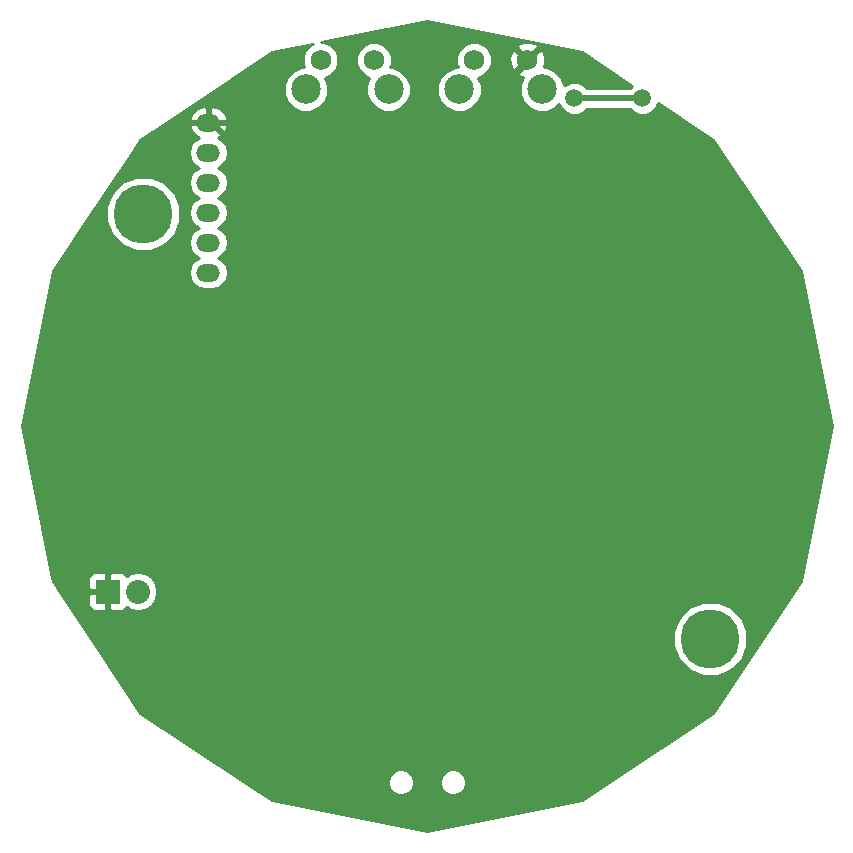
<source format=gbl>
G04 #@! TF.FileFunction,Copper,L2,Bot,Signal*
%FSLAX46Y46*%
G04 Gerber Fmt 4.6, Leading zero omitted, Abs format (unit mm)*
G04 Created by KiCad (PCBNEW 4.0.2-stable) date 2016. 09. 14. 22:41:56*
%MOMM*%
G01*
G04 APERTURE LIST*
%ADD10C,0.100000*%
%ADD11R,2.032000X2.032000*%
%ADD12O,2.032000X2.032000*%
%ADD13O,2.000000X1.500000*%
%ADD14C,2.500000*%
%ADD15C,1.750000*%
%ADD16C,5.000000*%
%ADD17C,1.500000*%
%ADD18C,0.500000*%
%ADD19C,0.254000*%
G04 APERTURE END LIST*
D10*
D11*
X23000000Y-64000000D03*
D12*
X25540000Y-64000000D03*
D13*
X31500000Y-37000000D03*
X31500000Y-34460000D03*
X31500000Y-31920000D03*
X31500000Y-29380000D03*
X31500000Y-26840000D03*
X31500000Y-24300000D03*
D14*
X46760000Y-21490000D03*
D15*
X45500000Y-19000000D03*
X41000000Y-19000000D03*
D14*
X39750000Y-21490000D03*
X59760000Y-21490000D03*
D15*
X58500000Y-19000000D03*
X54000000Y-19000000D03*
D14*
X52750000Y-21490000D03*
D16*
X74000000Y-68000000D03*
X26000000Y-32000000D03*
D17*
X44500000Y-37000000D03*
X21250000Y-50000000D03*
X68250000Y-22250000D03*
X62500000Y-22250000D03*
D18*
X44500000Y-37000000D02*
X31800000Y-24300000D01*
X31800000Y-24300000D02*
X31500000Y-24300000D01*
X58500000Y-19000000D02*
X58500000Y-19250000D01*
X58500000Y-19250000D02*
X57500000Y-20250000D01*
X44500000Y-37000000D02*
X54000000Y-37000000D01*
X57500000Y-33500000D02*
X57500000Y-20250000D01*
X54000000Y-37000000D02*
X57500000Y-33500000D01*
X21250000Y-50000000D02*
X31500000Y-50000000D01*
X31500000Y-50000000D02*
X44500000Y-37000000D01*
X62500000Y-22250000D02*
X68250000Y-22250000D01*
D19*
G36*
X63122215Y-18320171D02*
X67377823Y-21163677D01*
X67176148Y-21365000D01*
X63573523Y-21365000D01*
X63285564Y-21076539D01*
X62776702Y-20865241D01*
X62225715Y-20864760D01*
X61716485Y-21075169D01*
X61645300Y-21146230D01*
X61645326Y-21116695D01*
X61358957Y-20423628D01*
X60829161Y-19892907D01*
X60136595Y-19605328D01*
X59886636Y-19605110D01*
X60021590Y-19234694D01*
X59995579Y-18634542D01*
X59815953Y-18200884D01*
X59562060Y-18117545D01*
X58679605Y-19000000D01*
X58693748Y-19014143D01*
X58514143Y-19193748D01*
X58500000Y-19179605D01*
X57617545Y-20062060D01*
X57700884Y-20315953D01*
X58140025Y-20475946D01*
X57875328Y-21113405D01*
X57874674Y-21863305D01*
X58161043Y-22556372D01*
X58690839Y-23087093D01*
X59383405Y-23374672D01*
X60133305Y-23375326D01*
X60826372Y-23088957D01*
X61195729Y-22720244D01*
X61325169Y-23033515D01*
X61714436Y-23423461D01*
X62223298Y-23634759D01*
X62774285Y-23635240D01*
X63283515Y-23424831D01*
X63573852Y-23135000D01*
X67176477Y-23135000D01*
X67464436Y-23423461D01*
X67973298Y-23634759D01*
X68524285Y-23635240D01*
X69033515Y-23424831D01*
X69423461Y-23035564D01*
X69587623Y-22640218D01*
X74246692Y-25753308D01*
X81679829Y-36877785D01*
X84290000Y-50000000D01*
X81679829Y-63122215D01*
X74246692Y-74246692D01*
X63122215Y-81679829D01*
X50000000Y-84290000D01*
X36877785Y-81679829D01*
X34908343Y-80363890D01*
X46715592Y-80363890D01*
X46880362Y-80762663D01*
X47185193Y-81068026D01*
X47583677Y-81233491D01*
X48015150Y-81233868D01*
X48413923Y-81069098D01*
X48719286Y-80764267D01*
X48884751Y-80365783D01*
X48884752Y-80363890D01*
X51114872Y-80363890D01*
X51279642Y-80762663D01*
X51584473Y-81068026D01*
X51982957Y-81233491D01*
X52414430Y-81233868D01*
X52813203Y-81069098D01*
X53118566Y-80764267D01*
X53284031Y-80365783D01*
X53284408Y-79934310D01*
X53119638Y-79535537D01*
X52814807Y-79230174D01*
X52416323Y-79064709D01*
X51984850Y-79064332D01*
X51586077Y-79229102D01*
X51280714Y-79533933D01*
X51115249Y-79932417D01*
X51114872Y-80363890D01*
X48884752Y-80363890D01*
X48885128Y-79934310D01*
X48720358Y-79535537D01*
X48415527Y-79230174D01*
X48017043Y-79064709D01*
X47585570Y-79064332D01*
X47186797Y-79229102D01*
X46881434Y-79533933D01*
X46715969Y-79932417D01*
X46715592Y-80363890D01*
X34908343Y-80363890D01*
X25753308Y-74246692D01*
X21994245Y-68620854D01*
X70864457Y-68620854D01*
X71340727Y-69773515D01*
X72221847Y-70656174D01*
X73373674Y-71134454D01*
X74620854Y-71135543D01*
X75773515Y-70659273D01*
X76656174Y-69778153D01*
X77134454Y-68626326D01*
X77135543Y-67379146D01*
X76659273Y-66226485D01*
X75778153Y-65343826D01*
X74626326Y-64865546D01*
X73379146Y-64864457D01*
X72226485Y-65340727D01*
X71343826Y-66221847D01*
X70865546Y-67373674D01*
X70864457Y-68620854D01*
X21994245Y-68620854D01*
X19097621Y-64285750D01*
X21349000Y-64285750D01*
X21349000Y-65142309D01*
X21445673Y-65375698D01*
X21624301Y-65554327D01*
X21857690Y-65651000D01*
X22714250Y-65651000D01*
X22873000Y-65492250D01*
X22873000Y-64127000D01*
X21507750Y-64127000D01*
X21349000Y-64285750D01*
X19097621Y-64285750D01*
X18320171Y-63122215D01*
X18267554Y-62857691D01*
X21349000Y-62857691D01*
X21349000Y-63714250D01*
X21507750Y-63873000D01*
X22873000Y-63873000D01*
X22873000Y-62507750D01*
X23127000Y-62507750D01*
X23127000Y-63873000D01*
X23147000Y-63873000D01*
X23147000Y-64127000D01*
X23127000Y-64127000D01*
X23127000Y-65492250D01*
X23285750Y-65651000D01*
X24142310Y-65651000D01*
X24375699Y-65554327D01*
X24554327Y-65375698D01*
X24571999Y-65333034D01*
X24908190Y-65557670D01*
X25540000Y-65683345D01*
X26171810Y-65557670D01*
X26707433Y-65199778D01*
X27065325Y-64664155D01*
X27191000Y-64032345D01*
X27191000Y-63967655D01*
X27065325Y-63335845D01*
X26707433Y-62800222D01*
X26171810Y-62442330D01*
X25540000Y-62316655D01*
X24908190Y-62442330D01*
X24571999Y-62666966D01*
X24554327Y-62624302D01*
X24375699Y-62445673D01*
X24142310Y-62349000D01*
X23285750Y-62349000D01*
X23127000Y-62507750D01*
X22873000Y-62507750D01*
X22714250Y-62349000D01*
X21857690Y-62349000D01*
X21624301Y-62445673D01*
X21445673Y-62624302D01*
X21349000Y-62857691D01*
X18267554Y-62857691D01*
X15710000Y-50000000D01*
X18320171Y-36877785D01*
X21164561Y-32620854D01*
X22864457Y-32620854D01*
X23340727Y-33773515D01*
X24221847Y-34656174D01*
X25373674Y-35134454D01*
X26620854Y-35135543D01*
X27773515Y-34659273D01*
X28656174Y-33778153D01*
X29134454Y-32626326D01*
X29135543Y-31379146D01*
X28659273Y-30226485D01*
X27778153Y-29343826D01*
X26626326Y-28865546D01*
X25379146Y-28864457D01*
X24226485Y-29340727D01*
X23343826Y-30221847D01*
X22865546Y-31373674D01*
X22864457Y-32620854D01*
X21164561Y-32620854D01*
X25027203Y-26840000D01*
X29832968Y-26840000D01*
X29938395Y-27370017D01*
X30238625Y-27819343D01*
X30673624Y-28110000D01*
X30238625Y-28400657D01*
X29938395Y-28849983D01*
X29832968Y-29380000D01*
X29938395Y-29910017D01*
X30238625Y-30359343D01*
X30673624Y-30650000D01*
X30238625Y-30940657D01*
X29938395Y-31389983D01*
X29832968Y-31920000D01*
X29938395Y-32450017D01*
X30238625Y-32899343D01*
X30673624Y-33190000D01*
X30238625Y-33480657D01*
X29938395Y-33929983D01*
X29832968Y-34460000D01*
X29938395Y-34990017D01*
X30238625Y-35439343D01*
X30673624Y-35730000D01*
X30238625Y-36020657D01*
X29938395Y-36469983D01*
X29832968Y-37000000D01*
X29938395Y-37530017D01*
X30238625Y-37979343D01*
X30687951Y-38279573D01*
X31217968Y-38385000D01*
X31782032Y-38385000D01*
X32312049Y-38279573D01*
X32761375Y-37979343D01*
X33061605Y-37530017D01*
X33167032Y-37000000D01*
X33061605Y-36469983D01*
X32761375Y-36020657D01*
X32326376Y-35730000D01*
X32761375Y-35439343D01*
X33061605Y-34990017D01*
X33167032Y-34460000D01*
X33061605Y-33929983D01*
X32761375Y-33480657D01*
X32326376Y-33190000D01*
X32761375Y-32899343D01*
X33061605Y-32450017D01*
X33167032Y-31920000D01*
X33061605Y-31389983D01*
X32761375Y-30940657D01*
X32326376Y-30650000D01*
X32761375Y-30359343D01*
X33061605Y-29910017D01*
X33167032Y-29380000D01*
X33061605Y-28849983D01*
X32761375Y-28400657D01*
X32326376Y-28110000D01*
X32761375Y-27819343D01*
X33061605Y-27370017D01*
X33167032Y-26840000D01*
X33061605Y-26309983D01*
X32761375Y-25860657D01*
X32318161Y-25564511D01*
X32371721Y-25549964D01*
X32802736Y-25216894D01*
X33073481Y-24744235D01*
X33092318Y-24641185D01*
X32969656Y-24427000D01*
X31627000Y-24427000D01*
X31627000Y-24447000D01*
X31373000Y-24447000D01*
X31373000Y-24427000D01*
X30030344Y-24427000D01*
X29907682Y-24641185D01*
X29926519Y-24744235D01*
X30197264Y-25216894D01*
X30628279Y-25549964D01*
X30681839Y-25564511D01*
X30238625Y-25860657D01*
X29938395Y-26309983D01*
X29832968Y-26840000D01*
X25027203Y-26840000D01*
X25753308Y-25753308D01*
X28438956Y-23958815D01*
X29907682Y-23958815D01*
X30030344Y-24173000D01*
X31373000Y-24173000D01*
X31373000Y-23068132D01*
X31627000Y-23068132D01*
X31627000Y-24173000D01*
X32969656Y-24173000D01*
X33092318Y-23958815D01*
X33073481Y-23855765D01*
X32802736Y-23383106D01*
X32371721Y-23050036D01*
X31846055Y-22907261D01*
X31627000Y-23068132D01*
X31373000Y-23068132D01*
X31153945Y-22907261D01*
X30628279Y-23050036D01*
X30197264Y-23383106D01*
X29926519Y-23855765D01*
X29907682Y-23958815D01*
X28438956Y-23958815D01*
X36877785Y-18320171D01*
X40374490Y-17624633D01*
X40145771Y-17719138D01*
X39720630Y-18143537D01*
X39490262Y-18698325D01*
X39489738Y-19299040D01*
X39616110Y-19604883D01*
X39376695Y-19604674D01*
X38683628Y-19891043D01*
X38152907Y-20420839D01*
X37865328Y-21113405D01*
X37864674Y-21863305D01*
X38151043Y-22556372D01*
X38680839Y-23087093D01*
X39373405Y-23374672D01*
X40123305Y-23375326D01*
X40816372Y-23088957D01*
X41347093Y-22559161D01*
X41634672Y-21866595D01*
X41635326Y-21116695D01*
X41372254Y-20480011D01*
X41854229Y-20280862D01*
X42279370Y-19856463D01*
X42509738Y-19301675D01*
X42509740Y-19299040D01*
X43989738Y-19299040D01*
X44219138Y-19854229D01*
X44643537Y-20279370D01*
X45136630Y-20484120D01*
X44875328Y-21113405D01*
X44874674Y-21863305D01*
X45161043Y-22556372D01*
X45690839Y-23087093D01*
X46383405Y-23374672D01*
X47133305Y-23375326D01*
X47826372Y-23088957D01*
X48357093Y-22559161D01*
X48644672Y-21866595D01*
X48644674Y-21863305D01*
X50864674Y-21863305D01*
X51151043Y-22556372D01*
X51680839Y-23087093D01*
X52373405Y-23374672D01*
X53123305Y-23375326D01*
X53816372Y-23088957D01*
X54347093Y-22559161D01*
X54634672Y-21866595D01*
X54635326Y-21116695D01*
X54372254Y-20480011D01*
X54854229Y-20280862D01*
X55279370Y-19856463D01*
X55509738Y-19301675D01*
X55510205Y-18765306D01*
X56978410Y-18765306D01*
X57004421Y-19365458D01*
X57184047Y-19799116D01*
X57437940Y-19882455D01*
X58320395Y-19000000D01*
X57437940Y-18117545D01*
X57184047Y-18200884D01*
X56978410Y-18765306D01*
X55510205Y-18765306D01*
X55510262Y-18700960D01*
X55280862Y-18145771D01*
X55073394Y-17937940D01*
X57617545Y-17937940D01*
X58500000Y-18820395D01*
X59382455Y-17937940D01*
X59299116Y-17684047D01*
X58734694Y-17478410D01*
X58134542Y-17504421D01*
X57700884Y-17684047D01*
X57617545Y-17937940D01*
X55073394Y-17937940D01*
X54856463Y-17720630D01*
X54301675Y-17490262D01*
X53700960Y-17489738D01*
X53145771Y-17719138D01*
X52720630Y-18143537D01*
X52490262Y-18698325D01*
X52489738Y-19299040D01*
X52616110Y-19604883D01*
X52376695Y-19604674D01*
X51683628Y-19891043D01*
X51152907Y-20420839D01*
X50865328Y-21113405D01*
X50864674Y-21863305D01*
X48644674Y-21863305D01*
X48645326Y-21116695D01*
X48358957Y-20423628D01*
X47829161Y-19892907D01*
X47136595Y-19605328D01*
X46883742Y-19605107D01*
X47009738Y-19301675D01*
X47010262Y-18700960D01*
X46780862Y-18145771D01*
X46356463Y-17720630D01*
X45801675Y-17490262D01*
X45200960Y-17489738D01*
X44645771Y-17719138D01*
X44220630Y-18143537D01*
X43990262Y-18698325D01*
X43989738Y-19299040D01*
X42509740Y-19299040D01*
X42510262Y-18700960D01*
X42280862Y-18145771D01*
X41856463Y-17720630D01*
X41301675Y-17490262D01*
X41051118Y-17490043D01*
X50000000Y-15710000D01*
X63122215Y-18320171D01*
X63122215Y-18320171D01*
G37*
X63122215Y-18320171D02*
X67377823Y-21163677D01*
X67176148Y-21365000D01*
X63573523Y-21365000D01*
X63285564Y-21076539D01*
X62776702Y-20865241D01*
X62225715Y-20864760D01*
X61716485Y-21075169D01*
X61645300Y-21146230D01*
X61645326Y-21116695D01*
X61358957Y-20423628D01*
X60829161Y-19892907D01*
X60136595Y-19605328D01*
X59886636Y-19605110D01*
X60021590Y-19234694D01*
X59995579Y-18634542D01*
X59815953Y-18200884D01*
X59562060Y-18117545D01*
X58679605Y-19000000D01*
X58693748Y-19014143D01*
X58514143Y-19193748D01*
X58500000Y-19179605D01*
X57617545Y-20062060D01*
X57700884Y-20315953D01*
X58140025Y-20475946D01*
X57875328Y-21113405D01*
X57874674Y-21863305D01*
X58161043Y-22556372D01*
X58690839Y-23087093D01*
X59383405Y-23374672D01*
X60133305Y-23375326D01*
X60826372Y-23088957D01*
X61195729Y-22720244D01*
X61325169Y-23033515D01*
X61714436Y-23423461D01*
X62223298Y-23634759D01*
X62774285Y-23635240D01*
X63283515Y-23424831D01*
X63573852Y-23135000D01*
X67176477Y-23135000D01*
X67464436Y-23423461D01*
X67973298Y-23634759D01*
X68524285Y-23635240D01*
X69033515Y-23424831D01*
X69423461Y-23035564D01*
X69587623Y-22640218D01*
X74246692Y-25753308D01*
X81679829Y-36877785D01*
X84290000Y-50000000D01*
X81679829Y-63122215D01*
X74246692Y-74246692D01*
X63122215Y-81679829D01*
X50000000Y-84290000D01*
X36877785Y-81679829D01*
X34908343Y-80363890D01*
X46715592Y-80363890D01*
X46880362Y-80762663D01*
X47185193Y-81068026D01*
X47583677Y-81233491D01*
X48015150Y-81233868D01*
X48413923Y-81069098D01*
X48719286Y-80764267D01*
X48884751Y-80365783D01*
X48884752Y-80363890D01*
X51114872Y-80363890D01*
X51279642Y-80762663D01*
X51584473Y-81068026D01*
X51982957Y-81233491D01*
X52414430Y-81233868D01*
X52813203Y-81069098D01*
X53118566Y-80764267D01*
X53284031Y-80365783D01*
X53284408Y-79934310D01*
X53119638Y-79535537D01*
X52814807Y-79230174D01*
X52416323Y-79064709D01*
X51984850Y-79064332D01*
X51586077Y-79229102D01*
X51280714Y-79533933D01*
X51115249Y-79932417D01*
X51114872Y-80363890D01*
X48884752Y-80363890D01*
X48885128Y-79934310D01*
X48720358Y-79535537D01*
X48415527Y-79230174D01*
X48017043Y-79064709D01*
X47585570Y-79064332D01*
X47186797Y-79229102D01*
X46881434Y-79533933D01*
X46715969Y-79932417D01*
X46715592Y-80363890D01*
X34908343Y-80363890D01*
X25753308Y-74246692D01*
X21994245Y-68620854D01*
X70864457Y-68620854D01*
X71340727Y-69773515D01*
X72221847Y-70656174D01*
X73373674Y-71134454D01*
X74620854Y-71135543D01*
X75773515Y-70659273D01*
X76656174Y-69778153D01*
X77134454Y-68626326D01*
X77135543Y-67379146D01*
X76659273Y-66226485D01*
X75778153Y-65343826D01*
X74626326Y-64865546D01*
X73379146Y-64864457D01*
X72226485Y-65340727D01*
X71343826Y-66221847D01*
X70865546Y-67373674D01*
X70864457Y-68620854D01*
X21994245Y-68620854D01*
X19097621Y-64285750D01*
X21349000Y-64285750D01*
X21349000Y-65142309D01*
X21445673Y-65375698D01*
X21624301Y-65554327D01*
X21857690Y-65651000D01*
X22714250Y-65651000D01*
X22873000Y-65492250D01*
X22873000Y-64127000D01*
X21507750Y-64127000D01*
X21349000Y-64285750D01*
X19097621Y-64285750D01*
X18320171Y-63122215D01*
X18267554Y-62857691D01*
X21349000Y-62857691D01*
X21349000Y-63714250D01*
X21507750Y-63873000D01*
X22873000Y-63873000D01*
X22873000Y-62507750D01*
X23127000Y-62507750D01*
X23127000Y-63873000D01*
X23147000Y-63873000D01*
X23147000Y-64127000D01*
X23127000Y-64127000D01*
X23127000Y-65492250D01*
X23285750Y-65651000D01*
X24142310Y-65651000D01*
X24375699Y-65554327D01*
X24554327Y-65375698D01*
X24571999Y-65333034D01*
X24908190Y-65557670D01*
X25540000Y-65683345D01*
X26171810Y-65557670D01*
X26707433Y-65199778D01*
X27065325Y-64664155D01*
X27191000Y-64032345D01*
X27191000Y-63967655D01*
X27065325Y-63335845D01*
X26707433Y-62800222D01*
X26171810Y-62442330D01*
X25540000Y-62316655D01*
X24908190Y-62442330D01*
X24571999Y-62666966D01*
X24554327Y-62624302D01*
X24375699Y-62445673D01*
X24142310Y-62349000D01*
X23285750Y-62349000D01*
X23127000Y-62507750D01*
X22873000Y-62507750D01*
X22714250Y-62349000D01*
X21857690Y-62349000D01*
X21624301Y-62445673D01*
X21445673Y-62624302D01*
X21349000Y-62857691D01*
X18267554Y-62857691D01*
X15710000Y-50000000D01*
X18320171Y-36877785D01*
X21164561Y-32620854D01*
X22864457Y-32620854D01*
X23340727Y-33773515D01*
X24221847Y-34656174D01*
X25373674Y-35134454D01*
X26620854Y-35135543D01*
X27773515Y-34659273D01*
X28656174Y-33778153D01*
X29134454Y-32626326D01*
X29135543Y-31379146D01*
X28659273Y-30226485D01*
X27778153Y-29343826D01*
X26626326Y-28865546D01*
X25379146Y-28864457D01*
X24226485Y-29340727D01*
X23343826Y-30221847D01*
X22865546Y-31373674D01*
X22864457Y-32620854D01*
X21164561Y-32620854D01*
X25027203Y-26840000D01*
X29832968Y-26840000D01*
X29938395Y-27370017D01*
X30238625Y-27819343D01*
X30673624Y-28110000D01*
X30238625Y-28400657D01*
X29938395Y-28849983D01*
X29832968Y-29380000D01*
X29938395Y-29910017D01*
X30238625Y-30359343D01*
X30673624Y-30650000D01*
X30238625Y-30940657D01*
X29938395Y-31389983D01*
X29832968Y-31920000D01*
X29938395Y-32450017D01*
X30238625Y-32899343D01*
X30673624Y-33190000D01*
X30238625Y-33480657D01*
X29938395Y-33929983D01*
X29832968Y-34460000D01*
X29938395Y-34990017D01*
X30238625Y-35439343D01*
X30673624Y-35730000D01*
X30238625Y-36020657D01*
X29938395Y-36469983D01*
X29832968Y-37000000D01*
X29938395Y-37530017D01*
X30238625Y-37979343D01*
X30687951Y-38279573D01*
X31217968Y-38385000D01*
X31782032Y-38385000D01*
X32312049Y-38279573D01*
X32761375Y-37979343D01*
X33061605Y-37530017D01*
X33167032Y-37000000D01*
X33061605Y-36469983D01*
X32761375Y-36020657D01*
X32326376Y-35730000D01*
X32761375Y-35439343D01*
X33061605Y-34990017D01*
X33167032Y-34460000D01*
X33061605Y-33929983D01*
X32761375Y-33480657D01*
X32326376Y-33190000D01*
X32761375Y-32899343D01*
X33061605Y-32450017D01*
X33167032Y-31920000D01*
X33061605Y-31389983D01*
X32761375Y-30940657D01*
X32326376Y-30650000D01*
X32761375Y-30359343D01*
X33061605Y-29910017D01*
X33167032Y-29380000D01*
X33061605Y-28849983D01*
X32761375Y-28400657D01*
X32326376Y-28110000D01*
X32761375Y-27819343D01*
X33061605Y-27370017D01*
X33167032Y-26840000D01*
X33061605Y-26309983D01*
X32761375Y-25860657D01*
X32318161Y-25564511D01*
X32371721Y-25549964D01*
X32802736Y-25216894D01*
X33073481Y-24744235D01*
X33092318Y-24641185D01*
X32969656Y-24427000D01*
X31627000Y-24427000D01*
X31627000Y-24447000D01*
X31373000Y-24447000D01*
X31373000Y-24427000D01*
X30030344Y-24427000D01*
X29907682Y-24641185D01*
X29926519Y-24744235D01*
X30197264Y-25216894D01*
X30628279Y-25549964D01*
X30681839Y-25564511D01*
X30238625Y-25860657D01*
X29938395Y-26309983D01*
X29832968Y-26840000D01*
X25027203Y-26840000D01*
X25753308Y-25753308D01*
X28438956Y-23958815D01*
X29907682Y-23958815D01*
X30030344Y-24173000D01*
X31373000Y-24173000D01*
X31373000Y-23068132D01*
X31627000Y-23068132D01*
X31627000Y-24173000D01*
X32969656Y-24173000D01*
X33092318Y-23958815D01*
X33073481Y-23855765D01*
X32802736Y-23383106D01*
X32371721Y-23050036D01*
X31846055Y-22907261D01*
X31627000Y-23068132D01*
X31373000Y-23068132D01*
X31153945Y-22907261D01*
X30628279Y-23050036D01*
X30197264Y-23383106D01*
X29926519Y-23855765D01*
X29907682Y-23958815D01*
X28438956Y-23958815D01*
X36877785Y-18320171D01*
X40374490Y-17624633D01*
X40145771Y-17719138D01*
X39720630Y-18143537D01*
X39490262Y-18698325D01*
X39489738Y-19299040D01*
X39616110Y-19604883D01*
X39376695Y-19604674D01*
X38683628Y-19891043D01*
X38152907Y-20420839D01*
X37865328Y-21113405D01*
X37864674Y-21863305D01*
X38151043Y-22556372D01*
X38680839Y-23087093D01*
X39373405Y-23374672D01*
X40123305Y-23375326D01*
X40816372Y-23088957D01*
X41347093Y-22559161D01*
X41634672Y-21866595D01*
X41635326Y-21116695D01*
X41372254Y-20480011D01*
X41854229Y-20280862D01*
X42279370Y-19856463D01*
X42509738Y-19301675D01*
X42509740Y-19299040D01*
X43989738Y-19299040D01*
X44219138Y-19854229D01*
X44643537Y-20279370D01*
X45136630Y-20484120D01*
X44875328Y-21113405D01*
X44874674Y-21863305D01*
X45161043Y-22556372D01*
X45690839Y-23087093D01*
X46383405Y-23374672D01*
X47133305Y-23375326D01*
X47826372Y-23088957D01*
X48357093Y-22559161D01*
X48644672Y-21866595D01*
X48644674Y-21863305D01*
X50864674Y-21863305D01*
X51151043Y-22556372D01*
X51680839Y-23087093D01*
X52373405Y-23374672D01*
X53123305Y-23375326D01*
X53816372Y-23088957D01*
X54347093Y-22559161D01*
X54634672Y-21866595D01*
X54635326Y-21116695D01*
X54372254Y-20480011D01*
X54854229Y-20280862D01*
X55279370Y-19856463D01*
X55509738Y-19301675D01*
X55510205Y-18765306D01*
X56978410Y-18765306D01*
X57004421Y-19365458D01*
X57184047Y-19799116D01*
X57437940Y-19882455D01*
X58320395Y-19000000D01*
X57437940Y-18117545D01*
X57184047Y-18200884D01*
X56978410Y-18765306D01*
X55510205Y-18765306D01*
X55510262Y-18700960D01*
X55280862Y-18145771D01*
X55073394Y-17937940D01*
X57617545Y-17937940D01*
X58500000Y-18820395D01*
X59382455Y-17937940D01*
X59299116Y-17684047D01*
X58734694Y-17478410D01*
X58134542Y-17504421D01*
X57700884Y-17684047D01*
X57617545Y-17937940D01*
X55073394Y-17937940D01*
X54856463Y-17720630D01*
X54301675Y-17490262D01*
X53700960Y-17489738D01*
X53145771Y-17719138D01*
X52720630Y-18143537D01*
X52490262Y-18698325D01*
X52489738Y-19299040D01*
X52616110Y-19604883D01*
X52376695Y-19604674D01*
X51683628Y-19891043D01*
X51152907Y-20420839D01*
X50865328Y-21113405D01*
X50864674Y-21863305D01*
X48644674Y-21863305D01*
X48645326Y-21116695D01*
X48358957Y-20423628D01*
X47829161Y-19892907D01*
X47136595Y-19605328D01*
X46883742Y-19605107D01*
X47009738Y-19301675D01*
X47010262Y-18700960D01*
X46780862Y-18145771D01*
X46356463Y-17720630D01*
X45801675Y-17490262D01*
X45200960Y-17489738D01*
X44645771Y-17719138D01*
X44220630Y-18143537D01*
X43990262Y-18698325D01*
X43989738Y-19299040D01*
X42509740Y-19299040D01*
X42510262Y-18700960D01*
X42280862Y-18145771D01*
X41856463Y-17720630D01*
X41301675Y-17490262D01*
X41051118Y-17490043D01*
X50000000Y-15710000D01*
X63122215Y-18320171D01*
M02*

</source>
